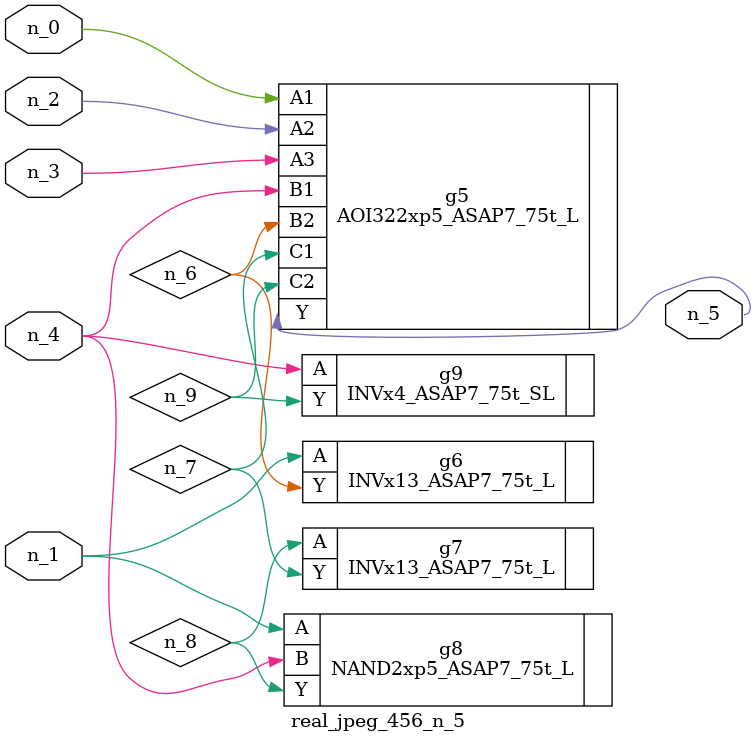
<source format=v>
module real_jpeg_456_n_5 (n_4, n_0, n_1, n_2, n_3, n_5);

input n_4;
input n_0;
input n_1;
input n_2;
input n_3;

output n_5;

wire n_8;
wire n_6;
wire n_7;
wire n_9;

AOI322xp5_ASAP7_75t_L g5 ( 
.A1(n_0),
.A2(n_2),
.A3(n_3),
.B1(n_4),
.B2(n_6),
.C1(n_7),
.C2(n_9),
.Y(n_5)
);

INVx13_ASAP7_75t_L g6 ( 
.A(n_1),
.Y(n_6)
);

NAND2xp5_ASAP7_75t_L g8 ( 
.A(n_1),
.B(n_4),
.Y(n_8)
);

INVx4_ASAP7_75t_SL g9 ( 
.A(n_4),
.Y(n_9)
);

INVx13_ASAP7_75t_L g7 ( 
.A(n_8),
.Y(n_7)
);


endmodule
</source>
